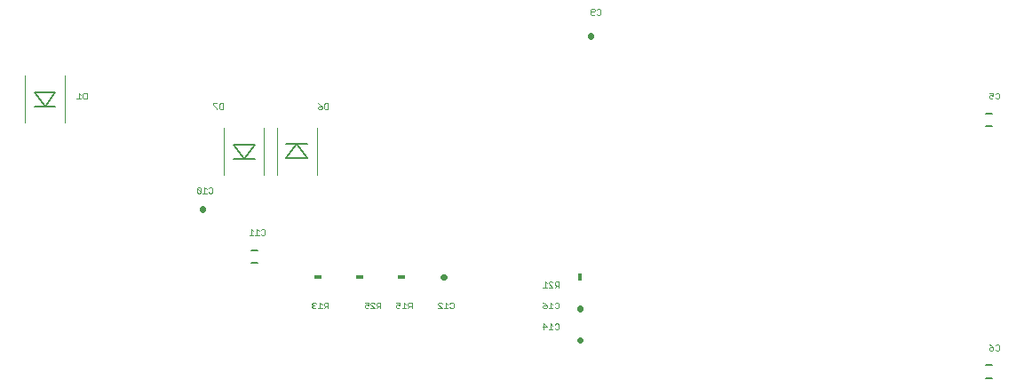
<source format=gbo>
G75*
G70*
%OFA0B0*%
%FSLAX24Y24*%
%IPPOS*%
%LPD*%
%AMOC8*
5,1,8,0,0,1.08239X$1,22.5*
%
%ADD10C,0.0020*%
%ADD11C,0.0040*%
%ADD12C,0.0080*%
%ADD13C,0.0060*%
%ADD14C,0.0220*%
%ADD15R,0.0300X0.0180*%
%ADD16R,0.0180X0.0300*%
D10*
X016832Y010784D02*
X016869Y010748D01*
X016943Y010748D01*
X016979Y010784D01*
X017053Y010748D02*
X017200Y010748D01*
X017127Y010748D02*
X017127Y010968D01*
X017200Y010894D01*
X017274Y010858D02*
X017311Y010821D01*
X017421Y010821D01*
X017348Y010821D02*
X017274Y010748D01*
X017274Y010858D02*
X017274Y010931D01*
X017311Y010968D01*
X017421Y010968D01*
X017421Y010748D01*
X016979Y010931D02*
X016943Y010968D01*
X016869Y010968D01*
X016832Y010931D01*
X016832Y010894D01*
X016869Y010858D01*
X016832Y010821D01*
X016832Y010784D01*
X016869Y010858D02*
X016906Y010858D01*
X018801Y010858D02*
X018801Y010784D01*
X018838Y010748D01*
X018911Y010748D01*
X018948Y010784D01*
X018948Y010858D02*
X018874Y010894D01*
X018838Y010894D01*
X018801Y010858D01*
X018801Y010968D02*
X018948Y010968D01*
X018948Y010858D01*
X019022Y010894D02*
X019022Y010931D01*
X019059Y010968D01*
X019132Y010968D01*
X019169Y010931D01*
X019243Y010931D02*
X019243Y010858D01*
X019280Y010821D01*
X019390Y010821D01*
X019390Y010748D02*
X019390Y010968D01*
X019280Y010968D01*
X019243Y010931D01*
X019316Y010821D02*
X019243Y010748D01*
X019169Y010748D02*
X019022Y010894D01*
X019022Y010748D02*
X019169Y010748D01*
X019982Y010784D02*
X020019Y010748D01*
X020092Y010748D01*
X020129Y010784D01*
X020129Y010858D02*
X020055Y010894D01*
X020019Y010894D01*
X019982Y010858D01*
X019982Y010784D01*
X020129Y010858D02*
X020129Y010968D01*
X019982Y010968D01*
X020276Y010968D02*
X020276Y010748D01*
X020203Y010748D02*
X020350Y010748D01*
X020424Y010748D02*
X020497Y010821D01*
X020461Y010821D02*
X020571Y010821D01*
X020571Y010748D02*
X020571Y010968D01*
X020461Y010968D01*
X020424Y010931D01*
X020424Y010858D01*
X020461Y010821D01*
X020350Y010894D02*
X020276Y010968D01*
X021557Y010931D02*
X021594Y010968D01*
X021667Y010968D01*
X021704Y010931D01*
X021557Y010931D02*
X021557Y010894D01*
X021704Y010748D01*
X021557Y010748D01*
X021778Y010748D02*
X021925Y010748D01*
X021851Y010748D02*
X021851Y010968D01*
X021925Y010894D01*
X021999Y010931D02*
X022036Y010968D01*
X022109Y010968D01*
X022146Y010931D01*
X022146Y010784D01*
X022109Y010748D01*
X022036Y010748D01*
X021999Y010784D01*
X025494Y010784D02*
X025494Y010821D01*
X025531Y010858D01*
X025641Y010858D01*
X025641Y010784D01*
X025604Y010748D01*
X025531Y010748D01*
X025494Y010784D01*
X025567Y010931D02*
X025641Y010858D01*
X025567Y010931D02*
X025494Y010968D01*
X025788Y010968D02*
X025788Y010748D01*
X025715Y010748D02*
X025862Y010748D01*
X025936Y010784D02*
X025973Y010748D01*
X026046Y010748D01*
X026083Y010784D01*
X026083Y010931D01*
X026046Y010968D01*
X025973Y010968D01*
X025936Y010931D01*
X025862Y010894D02*
X025788Y010968D01*
X025715Y011535D02*
X025862Y011535D01*
X025715Y011682D01*
X025715Y011719D01*
X025752Y011755D01*
X025825Y011755D01*
X025862Y011719D01*
X025936Y011719D02*
X025936Y011645D01*
X025973Y011608D01*
X026083Y011608D01*
X026083Y011535D02*
X026083Y011755D01*
X025973Y011755D01*
X025936Y011719D01*
X026009Y011608D02*
X025936Y011535D01*
X025641Y011535D02*
X025494Y011535D01*
X025567Y011535D02*
X025567Y011755D01*
X025641Y011682D01*
X025531Y010180D02*
X025641Y010070D01*
X025494Y010070D01*
X025531Y009960D02*
X025531Y010180D01*
X025788Y010180D02*
X025788Y009960D01*
X025715Y009960D02*
X025862Y009960D01*
X025936Y009997D02*
X025973Y009960D01*
X026046Y009960D01*
X026083Y009997D01*
X026083Y010144D01*
X026046Y010180D01*
X025973Y010180D01*
X025936Y010144D01*
X025862Y010107D02*
X025788Y010180D01*
X015059Y013540D02*
X015022Y013504D01*
X014949Y013504D01*
X014912Y013540D01*
X014838Y013504D02*
X014691Y013504D01*
X014765Y013504D02*
X014765Y013724D01*
X014838Y013650D01*
X014912Y013687D02*
X014949Y013724D01*
X015022Y013724D01*
X015059Y013687D01*
X015059Y013540D01*
X014617Y013504D02*
X014470Y013504D01*
X014544Y013504D02*
X014544Y013724D01*
X014617Y013650D01*
X013090Y015115D02*
X013054Y015078D01*
X012980Y015078D01*
X012944Y015115D01*
X012869Y015078D02*
X012723Y015078D01*
X012796Y015078D02*
X012796Y015299D01*
X012869Y015225D01*
X012944Y015262D02*
X012980Y015299D01*
X013054Y015299D01*
X013090Y015262D01*
X013090Y015115D01*
X012649Y015115D02*
X012502Y015262D01*
X012502Y015115D01*
X012538Y015078D01*
X012612Y015078D01*
X012649Y015115D01*
X012649Y015262D01*
X012612Y015299D01*
X012538Y015299D01*
X012502Y015262D01*
X013263Y018228D02*
X013263Y018265D01*
X013116Y018411D01*
X013116Y018448D01*
X013263Y018448D01*
X013337Y018411D02*
X013374Y018448D01*
X013484Y018448D01*
X013484Y018228D01*
X013374Y018228D01*
X013337Y018265D01*
X013337Y018411D01*
X017053Y018448D02*
X017127Y018411D01*
X017200Y018338D01*
X017090Y018338D01*
X017053Y018301D01*
X017053Y018265D01*
X017090Y018228D01*
X017164Y018228D01*
X017200Y018265D01*
X017200Y018338D01*
X017274Y018265D02*
X017274Y018411D01*
X017311Y018448D01*
X017421Y018448D01*
X017421Y018228D01*
X017311Y018228D01*
X017274Y018265D01*
X008366Y018622D02*
X008256Y018622D01*
X008219Y018658D01*
X008219Y018805D01*
X008256Y018842D01*
X008366Y018842D01*
X008366Y018622D01*
X008145Y018622D02*
X007998Y018622D01*
X008072Y018622D02*
X008072Y018842D01*
X008145Y018768D01*
X027290Y021808D02*
X027290Y021955D01*
X027326Y021991D01*
X027400Y021991D01*
X027436Y021955D01*
X027436Y021918D01*
X027400Y021881D01*
X027290Y021881D01*
X027290Y021808D02*
X027326Y021771D01*
X027400Y021771D01*
X027436Y021808D01*
X027511Y021808D02*
X027547Y021771D01*
X027621Y021771D01*
X027657Y021808D01*
X027657Y021955D01*
X027621Y021991D01*
X027547Y021991D01*
X027511Y021955D01*
X042250Y018842D02*
X042397Y018842D01*
X042397Y018732D01*
X042324Y018768D01*
X042287Y018768D01*
X042250Y018732D01*
X042250Y018658D01*
X042287Y018622D01*
X042360Y018622D01*
X042397Y018658D01*
X042471Y018658D02*
X042508Y018622D01*
X042581Y018622D01*
X042618Y018658D01*
X042618Y018805D01*
X042581Y018842D01*
X042508Y018842D01*
X042471Y018805D01*
X042508Y009393D02*
X042581Y009393D01*
X042618Y009356D01*
X042618Y009210D01*
X042581Y009173D01*
X042508Y009173D01*
X042471Y009210D01*
X042397Y009210D02*
X042360Y009173D01*
X042287Y009173D01*
X042250Y009210D01*
X042250Y009246D01*
X042287Y009283D01*
X042397Y009283D01*
X042397Y009210D01*
X042397Y009283D02*
X042324Y009356D01*
X042250Y009393D01*
X042471Y009356D02*
X042508Y009393D01*
D11*
X017000Y015753D02*
X017000Y017533D01*
X015500Y017533D02*
X015500Y015753D01*
X015032Y015753D02*
X015032Y017533D01*
X013532Y017533D02*
X013532Y015753D01*
X007551Y017722D02*
X007551Y019502D01*
X006051Y019502D02*
X006051Y017722D01*
D12*
X006408Y018324D02*
X007195Y018324D01*
X006801Y018324D02*
X006408Y018865D01*
X007195Y018865D01*
X006801Y018324D01*
X013888Y016896D02*
X014282Y016356D01*
X014675Y016896D01*
X013888Y016896D01*
X013888Y016356D02*
X014675Y016356D01*
X015856Y016390D02*
X016644Y016390D01*
X016250Y016931D01*
X015856Y016390D01*
X015856Y016931D02*
X016644Y016931D01*
D13*
X014793Y012942D02*
X014557Y012942D01*
X014557Y012470D02*
X014793Y012470D01*
X042116Y008612D02*
X042352Y008612D01*
X042352Y008139D02*
X042116Y008139D01*
X042116Y017588D02*
X042352Y017588D01*
X042352Y018060D02*
X042116Y018060D01*
D14*
X027274Y020962D02*
X027274Y020986D01*
X021774Y011919D02*
X021750Y011919D01*
X026880Y010750D02*
X026880Y010726D01*
X026880Y009569D02*
X026880Y009545D01*
X012707Y014466D02*
X012707Y014490D01*
D15*
X017037Y011919D03*
X018612Y011919D03*
X020187Y011919D03*
D16*
X026880Y011919D03*
M02*

</source>
